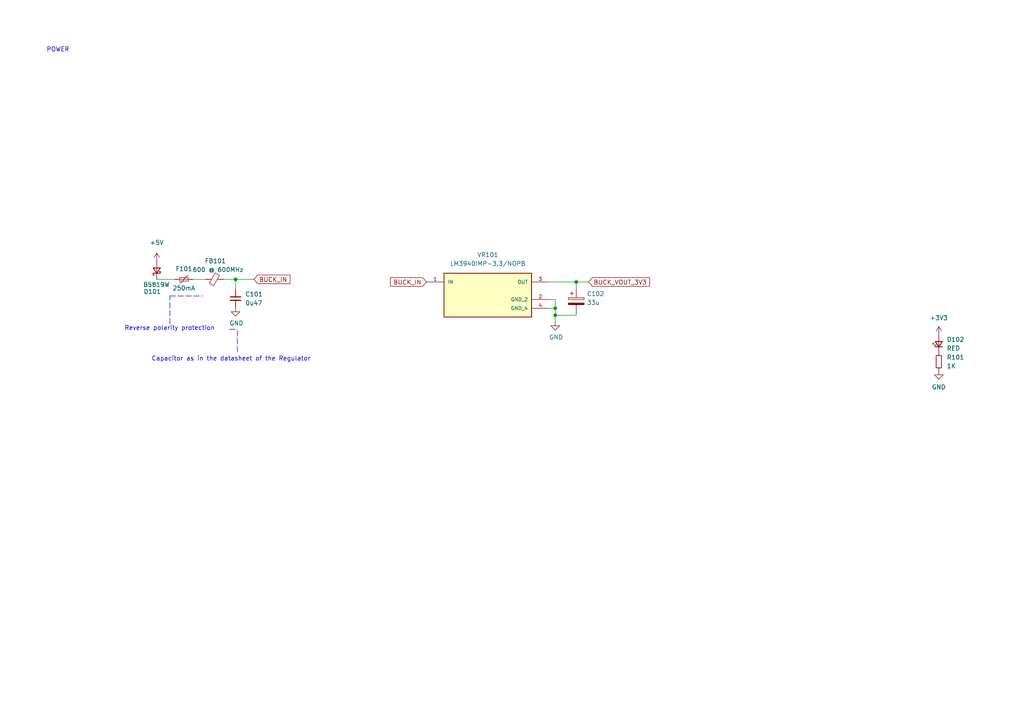
<source format=kicad_sch>
(kicad_sch (version 20211123) (generator eeschema)
  (paper "A4")
  (lib_symbols
    (symbol "Device:C_Polarized" (pin_numbers hide) (pin_names (offset 0.254))
      (property "Reference" "C" (at 0.635 2.54 0))
      (property "Value" "C_Polarized" (at 0.635 -2.54 0))
      (symbol "C_Polarized_0_1"
        (rectangle (start -2.286 0.508) (end 2.286 1.016))
        (polyline (pts (xy -1.778 2.286) (xy -0.762 2.286)))
        (polyline (pts (xy -1.27 2.794) (xy -1.27 1.778)))
        (rectangle (start 2.286 -0.508) (end -2.286 -1.016) (fill (type outline)))
      )
      (symbol "C_Polarized_1_1"
        (pin passive line (at 0 3.81 270) (length 2.794) (name "~") (number "1"))
        (pin passive line (at 0 -3.81 90) (length 2.794) (name "~") (number "2"))
      )
    )
    (symbol "Device:C_Small" (pin_numbers hide) (pin_names (offset 0.254) hide)
      (property "Reference" "C" (at 0.254 1.778 0))
      (property "Value" "C_Small" (at 0.254 -2.032 0))
      (symbol "C_Small_0_1"
        (polyline (pts (xy -1.524 -0.508) (xy 1.524 -0.508)) (stroke (width 0.3302)))
        (polyline (pts (xy -1.524 0.508) (xy 1.524 0.508)) (stroke (width 0.3048)))
      )
      (symbol "C_Small_1_1"
        (pin passive line (at 0 2.54 270) (length 2.032) (name "~") (number "1"))
        (pin passive line (at 0 -2.54 90) (length 2.032) (name "~") (number "2"))
      )
    )
    (symbol "Device:D_Schottky_Small" (pin_numbers hide) (pin_names (offset 0.254) hide)
      (property "Reference" "D" (at -1.27 2.032 0))
      (property "Value" "D_Schottky_Small" (at -7.112 -2.032 0))
      (symbol "D_Schottky_Small_0_1"
        (polyline (pts (xy -0.762 0) (xy 0.762 0)))
        (polyline (pts (xy 0.762 -1.016) (xy -0.762 0) (xy 0.762 1.016) (xy 0.762 -1.016)) (stroke (width 0.254)))
        (polyline (pts (xy -1.27 0.762) (xy -1.27 1.016) (xy -0.762 1.016) (xy -0.762 -1.016) (xy -0.254 -1.016) (xy -0.254 -0.762)) (stroke (width 0.254)))
      )
      (symbol "D_Schottky_Small_1_1"
        (pin passive line (at -2.54 0 0) (length 1.778) (name "K") (number "1"))
        (pin passive line (at 2.54 0 180) (length 1.778) (name "A") (number "2"))
      )
    )
    (symbol "Device:FerriteBead_Small" (pin_numbers hide) (pin_names (offset 0))
      (property "Reference" "FB" (at 1.905 1.27 0))
      (property "Value" "FerriteBead_Small" (at 1.905 -1.27 0))
      (symbol "FerriteBead_Small_0_1"
        (polyline (pts (xy 0 -1.27) (xy 0 -0.7874)))
        (polyline (pts (xy 0 0.889) (xy 0 1.2954)))
        (polyline (pts (xy -1.8288 0.2794) (xy -1.1176 1.4986) (xy 1.8288 -0.2032) (xy 1.1176 -1.4224) (xy -1.8288 0.2794)))
      )
      (symbol "FerriteBead_Small_1_1"
        (pin passive line (at 0 2.54 270) (length 1.27) (name "~") (number "1"))
        (pin passive line (at 0 -2.54 90) (length 1.27) (name "~") (number "2"))
      )
    )
    (symbol "Device:LED_Small" (pin_numbers hide) (pin_names (offset 0.254) hide)
      (property "Reference" "D" (at -1.27 3.175 0))
      (property "Value" "LED_Small" (at -4.445 -2.54 0))
      (symbol "LED_Small_0_1"
        (polyline (pts (xy -0.762 -1.016) (xy -0.762 1.016)) (stroke (width 0.254)))
        (polyline (pts (xy 1.016 0) (xy -0.762 0)))
        (polyline (pts (xy 0.762 -1.016) (xy -0.762 0) (xy 0.762 1.016) (xy 0.762 -1.016)) (stroke (width 0.254)))
        (polyline (pts (xy 0 0.762) (xy -0.508 1.27) (xy -0.254 1.27) (xy -0.508 1.27) (xy -0.508 1.016)))
        (polyline (pts (xy 0.508 1.27) (xy 0 1.778) (xy 0.254 1.778) (xy 0 1.778) (xy 0 1.524)))
      )
      (symbol "LED_Small_1_1"
        (pin passive line (at -2.54 0 0) (length 1.778) (name "K") (number "1"))
        (pin passive line (at 2.54 0 180) (length 1.778) (name "A") (number "2"))
      )
    )
    (symbol "Device:Polyfuse_Small" (pin_numbers hide) (pin_names (offset 0))
      (property "Reference" "F" (at -1.905 0 90))
      (property "Value" "Polyfuse_Small" (at 1.905 0 90))
      (symbol "Polyfuse_Small_0_1"
        (rectangle (start -0.508 1.27) (end 0.508 -1.27))
        (polyline (pts (xy 0 2.54) (xy 0 -2.54)))
        (polyline (pts (xy -1.016 1.27) (xy -1.016 0.762) (xy 1.016 -0.762) (xy 1.016 -1.27)))
      )
      (symbol "Polyfuse_Small_1_1"
        (pin passive line (at 0 2.54 270) (length 0.635) (name "~") (number "1"))
        (pin passive line (at 0 -2.54 90) (length 0.635) (name "~") (number "2"))
      )
    )
    (symbol "Device:R_Small" (pin_numbers hide) (pin_names (offset 0.254) hide)
      (property "Reference" "R" (at 0.762 0.508 0))
      (property "Value" "R_Small" (at 0.762 -1.016 0))
      (symbol "R_Small_0_1"
        (rectangle (start -0.762 1.778) (end 0.762 -1.778) (stroke (width 0.2032)))
      )
      (symbol "R_Small_1_1"
        (pin passive line (at 0 2.54 270) (length 0.762) (name "~") (number "1"))
        (pin passive line (at 0 -2.54 90) (length 0.762) (name "~") (number "2"))
      )
    )
    (symbol "LM3940IMP-3.3_NOPB:LM3940IMP-3.3{slash}NOPB" (pin_names (offset 1.016))
      (property "Reference" "VR" (at -12.7 6.0706 0))
      (property "Value" "LM3940IMP-3.3{slash}NOPB" (at -12.7 -9.0678 0))
      (symbol "LM3940IMP-3.3{slash}NOPB_0_0"
        (rectangle (start -12.7 -7.62) (end 12.7 5.08) (stroke (width 0.254)) (fill (type background)))
        (pin input line (at -17.78 2.54 0) (length 5.08) (name "IN") (number "1"))
        (pin power_in line (at 17.78 -2.54 180) (length 5.08) (name "GND_2") (number "2"))
        (pin output line (at 17.78 2.54 180) (length 5.08) (name "OUT") (number "3"))
        (pin power_in line (at 17.78 -5.08 180) (length 5.08) (name "GND_4") (number "4"))
      )
    )
    (symbol "power:+3.3V" (power) (pin_names (offset 0))
      (property "Value" "+3.3V" (at 0 3.556 0))
      (symbol "+3.3V_0_1"
        (polyline (pts (xy -0.762 1.27) (xy 0 2.54)))
        (polyline (pts (xy 0 0) (xy 0 2.54)))
        (polyline (pts (xy 0 2.54) (xy 0.762 1.27)))
      )
      (symbol "+3.3V_1_1"
        (pin power_in line (at 0 0 90) (length 0) hide (name "+3V3") (number "1"))
      )
    )
    (symbol "power:+5V" (power) (pin_names (offset 0))
      (property "Value" "+5V" (at 0 3.556 0))
      (symbol "+5V_0_1"
        (polyline (pts (xy -0.762 1.27) (xy 0 2.54)))
        (polyline (pts (xy 0 0) (xy 0 2.54)))
        (polyline (pts (xy 0 2.54) (xy 0.762 1.27)))
      )
      (symbol "+5V_1_1"
        (pin power_in line (at 0 0 90) (length 0) hide (name "+5V") (number "1"))
      )
    )
    (symbol "power:GND" (power) (pin_names (offset 0))
      (property "Value" "GND" (at 0 -3.81 0))
      (symbol "GND_0_1"
        (polyline (pts (xy 0 0) (xy 0 -1.27) (xy 1.27 -1.27) (xy 0 -2.54) (xy -1.27 -1.27) (xy 0 -1.27)))
      )
      (symbol "GND_1_1"
        (pin power_in line (at 0 0 270) (length 0) hide (name "GND") (number "1"))
      )
    )
  )
  (junction (at 161.036 91.44))
  (junction (at 68.326 81.026))
  (junction (at 161.036 89.408))
  (junction (at 167.132 81.788))
  (polyline (pts (xy 68.834 102.108) (xy 68.834 95.504)))
  (wire (pts (xy 161.036 89.408) (xy 161.036 91.44)))
  (wire (pts (xy 161.036 91.44) (xy 161.036 93.218)))
  (wire (pts (xy 167.132 81.788) (xy 167.132 83.566)))
  (polyline (pts (xy 49.276 85.852) (xy 58.674 85.852)))
  (wire (pts (xy 68.326 81.026) (xy 73.66 81.026)))
  (wire (pts (xy 167.132 81.788) (xy 170.688 81.788)))
  (wire (pts (xy 159.258 89.408) (xy 161.036 89.408)))
  (wire (pts (xy 68.326 81.026) (xy 68.326 84.074)))
  (wire (pts (xy 64.77 81.026) (xy 68.326 81.026)))
  (wire (pts (xy 167.132 91.186) (xy 167.132 91.44)))
  (wire (pts (xy 161.036 86.868) (xy 161.036 89.408)))
  (wire (pts (xy 55.88 81.026) (xy 59.69 81.026)))
  (polyline (pts (xy 49.276 93.98) (xy 49.276 85.852)))
  (wire (pts (xy 159.258 81.788) (xy 167.132 81.788)))
  (wire (pts (xy 159.258 86.868) (xy 161.036 86.868)))
  (polyline (pts (xy 66.548 95.504) (xy 68.834 95.504)))
  (wire (pts (xy 167.132 91.44) (xy 161.036 91.44)))
  (wire (pts (xy 45.466 81.026) (xy 50.8 81.026)))
  (text "Reverse polarity protection\n" (at 36.068 96.012 0) (effects (font (size 1.27 1.27)) (justify left bottom)))
  (text "POWER\n" (at 13.462 15.24 0) (effects (font (size 1.27 1.27)) (justify left bottom)))
  (text "Capacitor as in the datasheet of the Regulator\n" (at 43.942 104.902 0) (effects (font (size 1.27 1.27)) (justify left bottom)))
  (global_label "BUCK_VOUT_3V3" (shape input) (at 170.688 81.788 0) (property "Intersheet References" "${INTERSHEET_REFS}" (effects hide)))
  (global_label "BUCK_IN" (shape input) (at 73.66 81.026 0) (property "Intersheet References" "${INTERSHEET_REFS}" (effects hide)))
  (global_label "BUCK_IN" (shape input) (at 123.698 81.788 180) (property "Intersheet References" "${INTERSHEET_REFS}" (effects hide)))
  (symbol (lib_id "Device:D_Schottky_Small") (at 45.466 78.486 90) (unit 1)
    (property "Reference" "D101" (at 46.736 84.582 90) (effects (justify left)))
    (property "Value" "B5819W" (at 49.276 82.55 90) (effects (justify left)))
    (property "Footprint" "Diode_SMD:D_SOD-123" (effects hide))
    (property "Datasheet" "https://jlcpcb.com/parts/componentSearch?isSearch=true&searchTxt=12pf%200402" (effects hide))
    (property "LCSC Part #" "C8598" (effects hide))
  )
  (symbol (lib_id "Device:LED_Small") (at 272.288 99.822 90) (unit 1)
    (property "Reference" "D102" (at 274.574 98.4884 90) (effects (justify right)))
    (property "Value" "RED" (at 274.574 101.0284 90) (effects (justify right)))
    (property "Footprint" "LED_SMD:LED_0603_1608Metric" (effects hide))
    (property "Datasheet" "https://jlcpcb.com/parts/componentSearch?isSearch=true&searchTxt=12pf%200402" (effects hide))
    (property "LCSC Part #" "C2286" (effects hide))
  )
  (symbol (lib_id "Device:C_Polarized") (at 167.132 87.376 0) (unit 1)
    (property "Reference" "C102" (at 170.18 85.2169 0) (effects (justify left)))
    (property "Value" "33u" (at 170.18 87.7569 0) (effects (justify left)))
    (property "Footprint" "Capacitor_SMD:C_0201_0603Metric" (effects hide))
  )
  (symbol (lib_id "Device:C_Small") (at 68.326 86.614 0) (unit 1)
    (property "Reference" "C101" (at 71.12 85.3502 0) (effects (justify left)))
    (property "Value" "0u47" (at 71.12 87.8902 0) (effects (justify left)))
    (property "Footprint" "Capacitor_SMD:C_1206_3216Metric" (effects hide))
    (property "LCSC Part #" "C13585" (effects hide))
  )
  (symbol (lib_id "power:GND") (at 272.288 107.442 0) (unit 1)
    (property "Reference" "#PWR0105" (effects hide))
    (property "Value" "GND" (at 272.288 112.268 0))
  )
  (symbol (lib_id "Device:Polyfuse_Small") (at 53.34 81.026 90) (unit 1)
    (property "Reference" "F101" (at 53.34 77.978 90))
    (property "Value" "250mA" (at 53.34 83.566 90))
    (property "Footprint" "Fuse:Fuse_0603_1608Metric" (effects hide))
    (property "Datasheet" "https://jlcpcb.com/parts/componentSearch?isSecondLevel=true&name=Fuses%20&firstName=Circuit%20Protection" (effects hide))
    (property "LCSC Part #" "C151137" (effects hide))
  )
  (symbol (lib_id "power:+3.3V") (at 272.288 97.282 0) (unit 1)
    (property "Reference" "#PWR0104" (effects hide))
    (property "Value" "+3.3V" (at 272.288 92.202 0))
  )
  (symbol (lib_id "power:GND") (at 68.326 89.154 0) (unit 1)
    (property "Reference" "#PWR0102" (effects hide))
    (property "Value" "GND" (at 68.58 93.726 0))
  )
  (symbol (lib_id "power:GND") (at 161.036 93.218 0) (unit 1)
    (property "Reference" "#PWR0103" (effects hide))
    (property "Value" "GND" (at 161.29 97.79 0))
  )
  (symbol (lib_id "LM3940IMP-3.3_NOPB:LM3940IMP-3.3{slash}NOPB") (at 141.478 84.328 0) (unit 1)
    (property "Reference" "VR101" (at 141.478 73.914 0))
    (property "Value" "LM3940IMP-3.3/NOPB" (at 141.478 76.454 0))
    (property "Footprint" "Package_TO_SOT_SMD:SOT-223" (effects hide))
    (property "MANUFACTURER" "Texas Instruments" (effects hide))
    (property "MAXIMUM_PACKAGE_HEIGHT" "1.80 mm" (effects hide))
    (property "PARTREV" "G" (effects hide))
    (property "STANDARD" "Manufacturer Recommendations" (effects hide))
  )
  (symbol (lib_id "Device:FerriteBead_Small") (at 62.23 81.026 90) (unit 1)
    (property "Reference" "FB101" (at 62.484 75.692 90))
    (property "Value" "600 @ 600MHz" (at 63.246 78.232 90))
    (property "Footprint" "Inductor_SMD:L_0805_2012Metric" (effects hide))
    (property "Datasheet" "https://jlcpcb.com/parts/componentSearch?isSecondLevel=true&name=Ferrite%20Beads%20&firstName=filters%2Femi%20Optimization" (effects hide))
    (property "LCSC Part #" "C1017" (effects hide))
  )
  (symbol (lib_id "Device:R_Small") (at 272.288 104.902 180) (unit 1)
    (property "Reference" "R101" (at 274.574 103.6319 0) (effects (justify right)))
    (property "Value" "1K" (at 274.574 106.1719 0) (effects (justify right)))
    (property "Footprint" "Resistor_SMD:R_0603_1608Metric" (effects hide))
    (property "LCSC Part #" "C21190" (effects hide))
  )
  (symbol (lib_id "power:+5V") (at 45.466 75.946 0) (unit 1)
    (property "Reference" "#PWR0101" (effects hide))
    (property "Value" "+5V" (at 45.466 70.358 0))
  )
)
</source>
